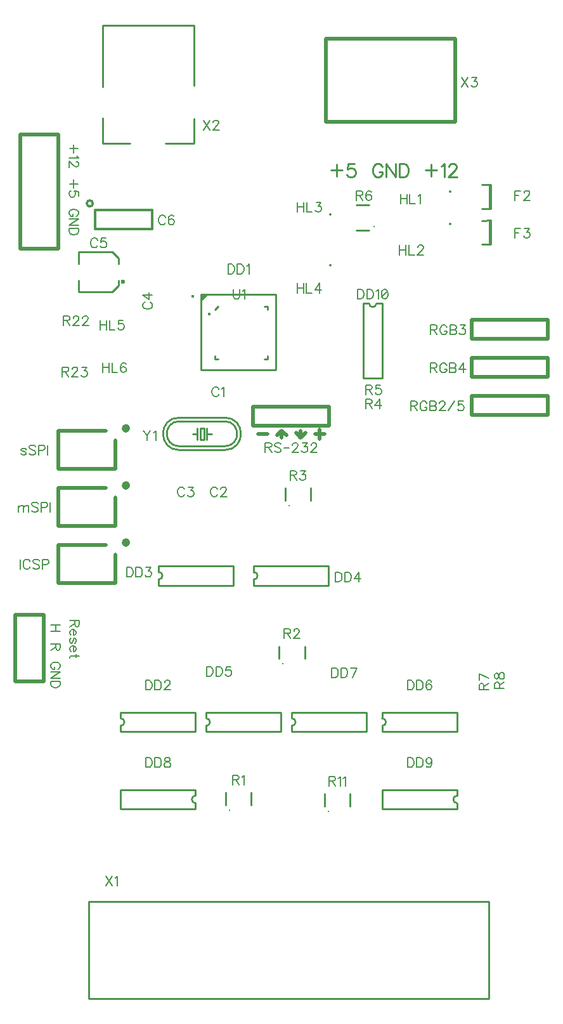
<source format=gbr>
G04 DipTrace 3.0.0.1*
G04 keyboard.TopSilk.gbr*
%MOMM*%
G04 #@! TF.FileFunction,Legend,Top*
G04 #@! TF.Part,Single*
%ADD10C,0.25*%
%ADD14C,0.5*%
%ADD18C,0.33*%
%ADD19O,0.33677X0.35693*%
%ADD22C,0.59988*%
%ADD24O,0.39024X0.3888*%
%ADD35O,0.30022X0.30002*%
%ADD37O,0.30002X0.30022*%
%ADD40O,0.40035X0.39956*%
%ADD107C,0.19608*%
%ADD108C,0.27451*%
%FSLAX35Y35*%
G04*
G71*
G90*
G75*
G01*
G04 TopSilk*
%LPD*%
X1923019Y10449000D2*
D10*
Y10604025D1*
Y10449000D2*
X2367963D1*
X2452977Y10534012D2*
X2367963Y10449000D1*
X2452977Y10534012D2*
Y10604025D1*
X1923019Y10823975D2*
Y10979000D1*
X2367963D1*
X2452977Y10893988D2*
X2367963Y10979000D1*
X2452977Y10823975D2*
Y10893988D1*
D22*
X2518006Y10583991D3*
X3558032Y10410658D2*
D10*
X4557968D1*
Y9410722D1*
X3558032D1*
Y10410658D1*
D24*
X3446216Y10389634D3*
G36*
X3558032Y10410658D2*
Y10310722D1*
X3657968Y10410658D1*
X3558032D1*
G37*
X2483540Y4576922D2*
D10*
X3483460D1*
X2483540Y4836958D2*
X3483460D1*
Y4576922D2*
Y4836958D1*
X2483540Y4576922D2*
Y4656916D1*
Y4756964D2*
Y4836958D1*
Y4656916D2*
G03X2483540Y4756964I-28J50024D01*
G01*
X2991527Y6529845D2*
X3991447D1*
X2991527Y6789881D2*
X3991447D1*
Y6529845D2*
Y6789881D1*
X2991527Y6529845D2*
Y6609839D1*
Y6709887D2*
Y6789881D1*
Y6609839D2*
G03X2991527Y6709887I-28J50024D01*
G01*
X4261540Y6529482D2*
X5261460D1*
X4261540Y6789518D2*
X5261460D1*
Y6529482D2*
Y6789518D1*
X4261540Y6529482D2*
Y6609476D1*
Y6709524D2*
Y6789518D1*
Y6609476D2*
G03X4261540Y6709524I-28J50024D01*
G01*
X3626527Y4577219D2*
X4626447D1*
X3626527Y4837255D2*
X4626447D1*
Y4577219D2*
Y4837255D1*
X3626527Y4577219D2*
Y4657213D1*
Y4757261D2*
Y4837255D1*
Y4657213D2*
G03X3626527Y4757261I-28J50024D01*
G01*
X5976040Y4576922D2*
X6975960D1*
X5976040Y4836958D2*
X6975960D1*
Y4576922D2*
Y4836958D1*
X5976040Y4576922D2*
Y4656916D1*
Y4756964D2*
Y4836958D1*
Y4656916D2*
G03X5976040Y4756964I-28J50024D01*
G01*
X4769540Y4576859D2*
X5769460D1*
X4769540Y4836895D2*
X5769460D1*
Y4576859D2*
Y4836895D1*
X4769540Y4576859D2*
Y4656853D1*
Y4756901D2*
Y4836895D1*
Y4656853D2*
G03X4769540Y4756901I-28J50024D01*
G01*
X3483460Y3805018D2*
X2483540D1*
X3483460Y3544982D2*
X2483540D1*
Y3805018D2*
Y3544982D1*
X3483460Y3805018D2*
Y3725024D1*
Y3624976D2*
Y3544982D1*
Y3725024D2*
G03X3483460Y3624976I28J-50024D01*
G01*
X6975960Y3804768D2*
X5976040D1*
X6975960Y3544732D2*
X5976040D1*
Y3804768D2*
Y3544732D1*
X6975960Y3804768D2*
Y3724774D1*
Y3624726D2*
Y3544732D1*
Y3724774D2*
G03X6975960Y3624726I28J-50024D01*
G01*
X5719982Y10295460D2*
Y9295540D1*
X5980018Y10295460D2*
Y9295540D1*
X5719982D2*
X5980018D1*
X5719982Y10295460D2*
X5799976D1*
X5900024D2*
X5980018D1*
X5799976D2*
G03X5900024Y10295460I50024J28D01*
G01*
X7409622Y11880640D2*
Y11560360D1*
X7428704Y11880640D2*
Y11560360D1*
Y11880640D2*
X7308470Y11880504D1*
X7428704Y11560360D2*
X7308470Y11560496D1*
X7409622Y11400640D2*
Y11080360D1*
X7428704Y11400640D2*
Y11080360D1*
Y11400640D2*
X7308470Y11400504D1*
X7428704Y11080360D2*
X7308470Y11080496D1*
X2412000Y6945190D2*
D14*
Y6564190D1*
X1650000D1*
Y7072190D1*
X2284975D1*
X2412000Y7707190D2*
Y7326190D1*
X1650000D1*
Y7834190D1*
X2284975D1*
X3887183Y3601263D2*
D10*
Y3766286D1*
X4227183Y3601263D2*
Y3766286D1*
D35*
X3937180Y3531274D3*
X4601633Y5554093D2*
D10*
Y5719116D1*
X4941633Y5554093D2*
Y5719116D1*
D35*
X4651630Y5484104D3*
X4681017Y7665690D2*
D10*
Y7830712D1*
X5021017Y7665690D2*
Y7830712D1*
D35*
X4731014Y7595701D3*
X5797264Y11269833D2*
D10*
X5632241D1*
X5797264Y11609833D2*
X5632241D1*
D37*
X5867253Y11319830D3*
X5204947Y3585386D2*
D10*
Y3750409D1*
X5544947Y3585386D2*
Y3750409D1*
D35*
X5254944Y3515397D3*
X7174500Y10072500D2*
D14*
X8190500D1*
Y9818500D1*
X7174500D1*
Y10072500D1*
Y9564500D2*
X8190500D1*
Y9310500D1*
X7174500D1*
Y9564500D1*
Y9056500D2*
X8190500D1*
Y8802500D1*
X7174500D1*
Y9056500D1*
X4634097Y8500902D2*
Y8596164D1*
X4697597Y8532642D1*
X4634097Y8596164D2*
X4570597Y8532642D1*
X4888097Y8596164D2*
Y8500902D1*
X4824597Y8564383D1*
X4888097Y8500902D2*
X4951597Y8564383D1*
X4253097Y8913652D2*
X5269097D1*
Y8659645D1*
X4253097D1*
Y8913652D1*
X2412000Y8469190D2*
Y8088190D1*
X1650000D1*
Y8596190D1*
X2284975D1*
X4405485Y10251972D2*
D10*
X4445521D1*
Y10211937D1*
X4405485Y9551909D2*
X4445521D1*
Y9591944D2*
Y9551909D1*
X3745199D2*
X3785234D1*
X3745199Y9591944D2*
Y9551909D1*
D40*
X3665171Y10151923D3*
X3785234Y10251972D2*
D10*
X3745199Y10211937D1*
X3464572Y14006579D2*
X2244428D1*
X3464572D2*
Y13196559D1*
X2244428Y13186500D2*
Y14006579D1*
X3464572Y12756501D2*
Y12426458D1*
X3084447D1*
X2604458D2*
X2244428D1*
Y12766561D1*
X3264482Y8338100D2*
X3874118D1*
X3264482Y8769900D2*
X3874118D1*
X3264482Y8388880D2*
X3874118D1*
Y8719120D2*
X3264482D1*
X3543890Y8630213D2*
X3594710D1*
Y8477787D1*
X3543890D1*
Y8630213D1*
X3632825D2*
Y8554000D1*
Y8477787D1*
X3505775Y8630213D2*
Y8554000D1*
Y8477787D1*
X3632825Y8554000D2*
X3696351D1*
X3505775D2*
X3442249D1*
X3264482Y8769900D2*
G03X3264482Y8338100I18J-215900D01*
G01*
X3874118D2*
G03X3874118Y8769900I-18J215900D01*
G01*
X3264482Y8719120D2*
G03X3264482Y8388880I58J-165120D01*
G01*
X3874118D2*
G03X3874118Y8719120I-58J165120D01*
G01*
X5079000Y8548500D2*
D14*
X5206000D1*
X5142500Y8612000D2*
Y8485000D1*
X4317000Y8548500D2*
X4444000D1*
X1142000Y12549000D2*
X1650000D1*
Y11025000D1*
X1142000D1*
Y12549000D1*
X2522000Y8626250D2*
G02X2522000Y8626250I31750J0D01*
G01*
Y7864250D2*
G02X2522000Y7864250I31750J0D01*
G01*
Y7102250D2*
G02X2522000Y7102250I31750J0D01*
G01*
X1076510Y6141433D2*
X1457510D1*
Y5252433D1*
X1076510D1*
Y6141433D1*
X5222750Y13825373D2*
X6953127D1*
Y12714123D1*
X5222750D1*
Y13825373D1*
D19*
X6884322Y11784887D3*
Y11356260D3*
X5280945Y11483260D3*
Y10800637D3*
X2143000Y11541000D2*
D18*
X2905000D1*
Y11287000D1*
X2143000D1*
Y11541000D1*
X2058773Y1015473D2*
D10*
Y2310873D1*
X7402940D1*
X2058773Y1015473D2*
X7402940D1*
Y2310873D1*
X2031877Y11628312D2*
D18*
G02X2031877Y11628312I39687J0D01*
G01*
X3795465Y9147914D2*
D107*
X3789429Y9159987D1*
X3777215Y9172200D1*
X3765142Y9178237D1*
X3740856D1*
X3728642Y9172200D1*
X3716569Y9159987D1*
X3710392Y9147914D1*
X3704356Y9129664D1*
Y9099200D1*
X3710392Y9081090D1*
X3716569Y9068877D1*
X3728642Y9056804D1*
X3740856Y9050627D1*
X3765142D1*
X3777215Y9056804D1*
X3789429Y9068877D1*
X3795465Y9081090D1*
X3834681Y9153810D2*
X3846894Y9159987D1*
X3865144Y9178096D1*
Y9050627D1*
X3776410Y7812664D2*
X3770374Y7824737D1*
X3758160Y7836950D1*
X3746087Y7842987D1*
X3721801D1*
X3709587Y7836950D1*
X3697514Y7824737D1*
X3691337Y7812664D1*
X3685301Y7794414D1*
Y7763950D1*
X3691337Y7745840D1*
X3697514Y7733627D1*
X3709587Y7721554D1*
X3721801Y7715377D1*
X3746087D1*
X3758160Y7721554D1*
X3770374Y7733627D1*
X3776410Y7745840D1*
X3821803Y7812523D2*
Y7818560D1*
X3827840Y7830773D1*
X3833876Y7836810D1*
X3846090Y7842846D1*
X3870376D1*
X3882449Y7836810D1*
X3888486Y7830773D1*
X3894663Y7818560D1*
Y7806487D1*
X3888486Y7794273D1*
X3876413Y7776164D1*
X3815626Y7715377D1*
X3900699D1*
X3336410Y7812664D2*
X3330374Y7824737D1*
X3318160Y7836950D1*
X3306087Y7842987D1*
X3281801D1*
X3269587Y7836950D1*
X3257514Y7824737D1*
X3251337Y7812664D1*
X3245301Y7794414D1*
Y7763950D1*
X3251337Y7745840D1*
X3257514Y7733627D1*
X3269587Y7721554D1*
X3281801Y7715377D1*
X3306087D1*
X3318160Y7721554D1*
X3330374Y7733627D1*
X3336410Y7745840D1*
X3387840Y7842846D2*
X3454522D1*
X3418163Y7794273D1*
X3436413D1*
X3448486Y7788237D1*
X3454522Y7782200D1*
X3460699Y7763950D1*
Y7751877D1*
X3454522Y7733627D1*
X3442449Y7721414D1*
X3424199Y7715377D1*
X3405949D1*
X3387840Y7721414D1*
X3381803Y7727590D1*
X3375626Y7739664D1*
X2810463Y10309266D2*
X2798390Y10303229D1*
X2786177Y10291016D1*
X2780140Y10278943D1*
Y10254656D1*
X2786177Y10242443D1*
X2798390Y10230370D1*
X2810463Y10224193D1*
X2828713Y10218156D1*
X2859177D1*
X2877286Y10224193D1*
X2889500Y10230370D1*
X2901573Y10242443D1*
X2907750Y10254656D1*
Y10278943D1*
X2901573Y10291016D1*
X2889500Y10303229D1*
X2877286Y10309266D1*
X2907750Y10409268D2*
X2780281D1*
X2865213Y10348481D1*
Y10439591D1*
X2173910Y11134664D2*
X2167874Y11146737D1*
X2155660Y11158950D1*
X2143587Y11164987D1*
X2119301D1*
X2107087Y11158950D1*
X2095014Y11146737D1*
X2088837Y11134664D1*
X2082801Y11116414D1*
Y11085950D1*
X2088837Y11067840D1*
X2095014Y11055627D1*
X2107087Y11043554D1*
X2119301Y11037377D1*
X2143587D1*
X2155660Y11043554D1*
X2167874Y11055627D1*
X2173910Y11067840D1*
X2285986Y11164846D2*
X2225340D1*
X2219303Y11110237D1*
X2225340Y11116273D1*
X2243590Y11122450D1*
X2261699D1*
X2279949Y11116273D1*
X2292163Y11104200D1*
X2298199Y11085950D1*
Y11073877D1*
X2292163Y11055627D1*
X2279949Y11043414D1*
X2261699Y11037377D1*
X2243590D1*
X2225340Y11043414D1*
X2219303Y11049590D1*
X2213126Y11061664D1*
X3918480Y10816677D2*
Y10689067D1*
X3961016D1*
X3979266Y10695244D1*
X3991480Y10707317D1*
X3997516Y10719530D1*
X4003553Y10737640D1*
Y10768104D1*
X3997516Y10786354D1*
X3991480Y10798427D1*
X3979266Y10810640D1*
X3961016Y10816677D1*
X3918480D1*
X4042768D2*
Y10689067D1*
X4085305D1*
X4103555Y10695244D1*
X4115768Y10707317D1*
X4121805Y10719530D1*
X4127841Y10737640D1*
Y10768104D1*
X4121805Y10786354D1*
X4115768Y10798427D1*
X4103555Y10810640D1*
X4085305Y10816677D1*
X4042768D1*
X4167057Y10792250D2*
X4179270Y10798427D1*
X4197520Y10816536D1*
Y10689067D1*
X2816675Y5262927D2*
Y5135317D1*
X2859211D1*
X2877461Y5141494D1*
X2889675Y5153567D1*
X2895711Y5165780D1*
X2901748Y5183890D1*
Y5214354D1*
X2895711Y5232604D1*
X2889675Y5244677D1*
X2877461Y5256890D1*
X2859211Y5262927D1*
X2816675D1*
X2940963D2*
Y5135317D1*
X2983500D1*
X3001750Y5141494D1*
X3013963Y5153567D1*
X3020000Y5165780D1*
X3026037Y5183890D1*
Y5214354D1*
X3020000Y5232604D1*
X3013963Y5244677D1*
X3001750Y5256890D1*
X2983500Y5262927D1*
X2940963D1*
X3071429Y5232463D2*
Y5238500D1*
X3077466Y5250713D1*
X3083502Y5256750D1*
X3095716Y5262786D1*
X3120002D1*
X3132075Y5256750D1*
X3138112Y5250713D1*
X3144289Y5238500D1*
Y5226427D1*
X3138112Y5214213D1*
X3126039Y5196104D1*
X3065252Y5135317D1*
X3150325D1*
X2562661Y6771350D2*
Y6643740D1*
X2605198D1*
X2623448Y6649917D1*
X2635661Y6661990D1*
X2641698Y6674204D1*
X2647734Y6692313D1*
Y6722777D1*
X2641698Y6741027D1*
X2635661Y6753100D1*
X2623448Y6765313D1*
X2605198Y6771350D1*
X2562661D1*
X2686950D2*
Y6643740D1*
X2729487D1*
X2747737Y6649917D1*
X2759950Y6661990D1*
X2765987Y6674204D1*
X2772023Y6692313D1*
Y6722777D1*
X2765987Y6741027D1*
X2759950Y6753100D1*
X2747737Y6765313D1*
X2729487Y6771350D1*
X2686950D1*
X2823452Y6771210D2*
X2890135D1*
X2853775Y6722636D1*
X2872025D1*
X2884099Y6716600D1*
X2890135Y6710563D1*
X2896312Y6692313D1*
Y6680240D1*
X2890135Y6661990D1*
X2878062Y6649777D1*
X2859812Y6643740D1*
X2841562D1*
X2823452Y6649777D1*
X2817416Y6655954D1*
X2811239Y6668027D1*
X5353656Y6707487D2*
Y6579877D1*
X5396193D1*
X5414443Y6586054D1*
X5426656Y6598127D1*
X5432693Y6610340D1*
X5438730Y6628450D1*
Y6658914D1*
X5432693Y6677164D1*
X5426656Y6689237D1*
X5414443Y6701450D1*
X5396193Y6707487D1*
X5353656D1*
X5477945D2*
Y6579877D1*
X5520482D1*
X5538732Y6586054D1*
X5550945Y6598127D1*
X5556982Y6610340D1*
X5563018Y6628450D1*
Y6658914D1*
X5556982Y6677164D1*
X5550945Y6689237D1*
X5538732Y6701450D1*
X5520482Y6707487D1*
X5477945D1*
X5663020Y6579877D2*
Y6707346D1*
X5602234Y6622414D1*
X5693344D1*
X3630985Y5448173D2*
Y5320564D1*
X3673521D1*
X3691771Y5326741D1*
X3703985Y5338814D1*
X3710021Y5351027D1*
X3716058Y5369137D1*
Y5399600D1*
X3710021Y5417850D1*
X3703985Y5429923D1*
X3691771Y5442137D1*
X3673521Y5448173D1*
X3630985D1*
X3755273D2*
Y5320564D1*
X3797810D1*
X3816060Y5326741D1*
X3828273Y5338814D1*
X3834310Y5351027D1*
X3840347Y5369137D1*
Y5399600D1*
X3834310Y5417850D1*
X3828273Y5429923D1*
X3816060Y5442137D1*
X3797810Y5448173D1*
X3755273D1*
X3952422Y5448033D2*
X3891776D1*
X3885739Y5393423D1*
X3891776Y5399460D1*
X3910026Y5405637D1*
X3928135D1*
X3946385Y5399460D1*
X3958599Y5387387D1*
X3964635Y5369137D1*
Y5357064D1*
X3958599Y5338814D1*
X3946385Y5326600D1*
X3928135Y5320564D1*
X3910026D1*
X3891776Y5326600D1*
X3885739Y5332777D1*
X3879562Y5344850D1*
X6312263Y5262927D2*
Y5135317D1*
X6354800D1*
X6373050Y5141494D1*
X6385263Y5153567D1*
X6391300Y5165780D1*
X6397336Y5183890D1*
Y5214354D1*
X6391300Y5232604D1*
X6385263Y5244677D1*
X6373050Y5256890D1*
X6354800Y5262927D1*
X6312263D1*
X6436552D2*
Y5135317D1*
X6479088D1*
X6497338Y5141494D1*
X6509552Y5153567D1*
X6515588Y5165780D1*
X6521625Y5183890D1*
Y5214354D1*
X6515588Y5232604D1*
X6509552Y5244677D1*
X6497338Y5256890D1*
X6479088Y5262927D1*
X6436552D1*
X6633700Y5244677D2*
X6627664Y5256750D1*
X6609414Y5262786D1*
X6597341D1*
X6579091Y5256750D1*
X6566877Y5238500D1*
X6560841Y5208177D1*
Y5177854D1*
X6566877Y5153567D1*
X6579091Y5141354D1*
X6597341Y5135317D1*
X6603377D1*
X6621487Y5141354D1*
X6633700Y5153567D1*
X6639737Y5171817D1*
Y5177854D1*
X6633700Y5196104D1*
X6621487Y5208177D1*
X6603377Y5214213D1*
X6597341D1*
X6579091Y5208177D1*
X6566877Y5196104D1*
X6560841Y5177854D1*
X5303128Y5430443D2*
Y5302834D1*
X5345665D1*
X5363915Y5309011D1*
X5376128Y5321084D1*
X5382165Y5333297D1*
X5388201Y5351407D1*
Y5381870D1*
X5382165Y5400120D1*
X5376128Y5412193D1*
X5363915Y5424407D1*
X5345665Y5430443D1*
X5303128D1*
X5427417D2*
Y5302834D1*
X5469953D1*
X5488203Y5309011D1*
X5500417Y5321084D1*
X5506453Y5333297D1*
X5512490Y5351407D1*
Y5381870D1*
X5506453Y5400120D1*
X5500417Y5412193D1*
X5488203Y5424407D1*
X5469953Y5430443D1*
X5427417D1*
X5575992Y5302834D2*
X5636779Y5430303D1*
X5551706D1*
X2816745Y4230987D2*
Y4103377D1*
X2859281D1*
X2877531Y4109554D1*
X2889745Y4121627D1*
X2895781Y4133840D1*
X2901818Y4151950D1*
Y4182414D1*
X2895781Y4200664D1*
X2889745Y4212737D1*
X2877531Y4224950D1*
X2859281Y4230987D1*
X2816745D1*
X2941034D2*
Y4103377D1*
X2983570D1*
X3001820Y4109554D1*
X3014034Y4121627D1*
X3020070Y4133840D1*
X3026107Y4151950D1*
Y4182414D1*
X3020070Y4200664D1*
X3014034Y4212737D1*
X3001820Y4224950D1*
X2983570Y4230987D1*
X2941034D1*
X3095645Y4230846D2*
X3077536Y4224810D1*
X3071359Y4212737D1*
Y4200523D1*
X3077536Y4188450D1*
X3089609Y4182273D1*
X3113895Y4176237D1*
X3132145Y4170200D1*
X3144219Y4157987D1*
X3150255Y4145914D1*
Y4127664D1*
X3144219Y4115590D1*
X3138182Y4109414D1*
X3119932Y4103377D1*
X3095645D1*
X3077536Y4109414D1*
X3071359Y4115590D1*
X3065322Y4127664D1*
Y4145914D1*
X3071359Y4157987D1*
X3083572Y4170200D1*
X3101682Y4176237D1*
X3125969Y4182273D1*
X3138182Y4188450D1*
X3144219Y4200523D1*
Y4212737D1*
X3138182Y4224810D1*
X3119932Y4230846D1*
X3095645D1*
X6312193Y4230737D2*
Y4103127D1*
X6354730D1*
X6372980Y4109304D1*
X6385193Y4121377D1*
X6391230Y4133590D1*
X6397266Y4151700D1*
Y4182164D1*
X6391230Y4200414D1*
X6385193Y4212487D1*
X6372980Y4224700D1*
X6354730Y4230737D1*
X6312193D1*
X6436482D2*
Y4103127D1*
X6479018D1*
X6497268Y4109304D1*
X6509482Y4121377D1*
X6515518Y4133590D1*
X6521555Y4151700D1*
Y4182164D1*
X6515518Y4200414D1*
X6509482Y4212487D1*
X6497268Y4224700D1*
X6479018Y4230737D1*
X6436482D1*
X6639807Y4188200D2*
X6633630Y4169950D1*
X6621557Y4157737D1*
X6603307Y4151700D1*
X6597270D1*
X6579020Y4157737D1*
X6566947Y4169950D1*
X6560770Y4188200D1*
Y4194237D1*
X6566947Y4212487D1*
X6579020Y4224560D1*
X6597270Y4230596D1*
X6603307D1*
X6621557Y4224560D1*
X6633630Y4212487D1*
X6639807Y4188200D1*
Y4157737D1*
X6633630Y4127414D1*
X6621557Y4109164D1*
X6603307Y4103127D1*
X6591234D1*
X6572984Y4109164D1*
X6566947Y4121377D1*
X5648335Y10481447D2*
Y10353837D1*
X5690872D1*
X5709122Y10360014D1*
X5721335Y10372087D1*
X5727372Y10384300D1*
X5733408Y10402410D1*
Y10432874D1*
X5727372Y10451124D1*
X5721335Y10463197D1*
X5709122Y10475410D1*
X5690872Y10481447D1*
X5648335D1*
X5772624D2*
Y10353837D1*
X5815160D1*
X5833410Y10360014D1*
X5845624Y10372087D1*
X5851660Y10384300D1*
X5857697Y10402410D1*
Y10432874D1*
X5851660Y10451124D1*
X5845624Y10463197D1*
X5833410Y10475410D1*
X5815160Y10481447D1*
X5772624D1*
X5896913Y10457020D2*
X5909126Y10463197D1*
X5927376Y10481306D1*
Y10353837D1*
X6003092Y10481306D2*
X5984842Y10475270D1*
X5972628Y10457020D1*
X5966592Y10426697D1*
Y10408447D1*
X5972628Y10378124D1*
X5984842Y10359874D1*
X6003092Y10353837D1*
X6015165D1*
X6033415Y10359874D1*
X6045488Y10378124D1*
X6051665Y10408447D1*
Y10426697D1*
X6045488Y10457020D1*
X6033415Y10475270D1*
X6015165Y10481306D1*
X6003092D1*
X6045488Y10457020D2*
X5972628Y10378124D1*
X7825874Y11796487D2*
X7746837D1*
Y11668877D1*
Y11735700D2*
X7795410D1*
X7871266Y11766023D2*
Y11772060D1*
X7877303Y11784273D1*
X7883340Y11790310D1*
X7895553Y11796346D1*
X7919840D1*
X7931913Y11790310D1*
X7937949Y11784273D1*
X7944126Y11772060D1*
Y11759987D1*
X7937949Y11747773D1*
X7925876Y11729664D1*
X7865090Y11668877D1*
X7950163D1*
X7825874Y11296487D2*
X7746837D1*
Y11168877D1*
Y11235700D2*
X7795410D1*
X7877303Y11296346D2*
X7943986D1*
X7907626Y11247773D1*
X7925876D1*
X7937949Y11241737D1*
X7943986Y11235700D1*
X7950163Y11217450D1*
Y11205377D1*
X7943986Y11187127D1*
X7931913Y11174914D1*
X7913663Y11168877D1*
X7895413D1*
X7877303Y11174914D1*
X7871266Y11181090D1*
X7865090Y11193164D1*
X6221210Y11753110D2*
Y11625500D1*
X6306283Y11753110D2*
Y11625500D1*
X6221210Y11692323D2*
X6306283D1*
X6345498Y11753110D2*
Y11625500D1*
X6418358D1*
X6457574Y11728683D2*
X6469787Y11734860D1*
X6488037Y11752970D1*
Y11625500D1*
X6209781Y11070487D2*
Y10942877D1*
X6294855Y11070487D2*
Y10942877D1*
X6209781Y11009700D2*
X6294855D1*
X6334070Y11070487D2*
Y10942877D1*
X6406930D1*
X6452322Y11040023D2*
Y11046060D1*
X6458359Y11058273D1*
X6464395Y11064310D1*
X6476609Y11070346D1*
X6500895D1*
X6512969Y11064310D1*
X6519005Y11058273D1*
X6525182Y11046060D1*
Y11033987D1*
X6519005Y11021773D1*
X6506932Y11003664D1*
X6446145Y10942877D1*
X6531219D1*
X4844531Y11641987D2*
Y11514377D1*
X4929605Y11641987D2*
Y11514377D1*
X4844531Y11581200D2*
X4929605D1*
X4968820Y11641987D2*
Y11514377D1*
X5041680D1*
X5093109Y11641846D2*
X5159792D1*
X5123432Y11593273D1*
X5141682D1*
X5153755Y11587237D1*
X5159792Y11581200D1*
X5165969Y11562950D1*
Y11550877D1*
X5159792Y11532627D1*
X5147719Y11520414D1*
X5129469Y11514377D1*
X5111219D1*
X5093109Y11520414D1*
X5087072Y11526590D1*
X5080895Y11538664D1*
X4841513Y10562487D2*
Y10434877D1*
X4926586Y10562487D2*
Y10434877D1*
X4841513Y10501700D2*
X4926586D1*
X4965802Y10562487D2*
Y10434877D1*
X5038662D1*
X5138664D2*
Y10562346D1*
X5077877Y10477414D1*
X5168987D1*
X2209208Y10070450D2*
Y9942840D1*
X2294281Y10070450D2*
Y9942840D1*
X2209208Y10009663D2*
X2294281D1*
X2333497Y10070450D2*
Y9942840D1*
X2406356D1*
X2518432Y10070310D2*
X2457786D1*
X2451749Y10015700D1*
X2457786Y10021736D1*
X2476036Y10027913D1*
X2494145D1*
X2512395Y10021736D1*
X2524609Y10009663D1*
X2530645Y9991413D1*
Y9979340D1*
X2524609Y9961090D1*
X2512395Y9948877D1*
X2494145Y9942840D1*
X2476036D1*
X2457786Y9948877D1*
X2451749Y9955054D1*
X2445572Y9967127D1*
X2244050Y9498890D2*
Y9371280D1*
X2329123Y9498890D2*
Y9371280D1*
X2244050Y9438103D2*
X2329123D1*
X2368339Y9498890D2*
Y9371280D1*
X2441198D1*
X2553274Y9480640D2*
X2547237Y9492713D1*
X2528987Y9498750D1*
X2516914D1*
X2498664Y9492713D1*
X2486450Y9474463D1*
X2480414Y9444140D1*
Y9413817D1*
X2486450Y9389530D1*
X2498664Y9377317D1*
X2516914Y9371280D1*
X2522950D1*
X2541060Y9377317D1*
X2553274Y9389530D1*
X2559310Y9407780D1*
Y9413817D1*
X2553274Y9432067D1*
X2541060Y9444140D1*
X2522950Y9450176D1*
X2516914D1*
X2498664Y9444140D1*
X2486450Y9432067D1*
X2480414Y9413817D1*
X1143049Y6877177D2*
Y6749567D1*
X1273374Y6846854D2*
X1267337Y6858927D1*
X1255124Y6871140D1*
X1243051Y6877177D1*
X1218764D1*
X1206551Y6871140D1*
X1194478Y6858927D1*
X1188301Y6846854D1*
X1182264Y6828604D1*
Y6798140D1*
X1188301Y6780030D1*
X1194478Y6767817D1*
X1206551Y6755744D1*
X1218764Y6749567D1*
X1243051D1*
X1255124Y6755744D1*
X1267337Y6767817D1*
X1273374Y6780030D1*
X1397663Y6858927D2*
X1385590Y6871140D1*
X1367340Y6877177D1*
X1343053D1*
X1324803Y6871140D1*
X1312590Y6858927D1*
Y6846854D1*
X1318766Y6834640D1*
X1324803Y6828604D1*
X1336876Y6822567D1*
X1373376Y6810354D1*
X1385590Y6804317D1*
X1391626Y6798140D1*
X1397663Y6786067D1*
Y6767817D1*
X1385590Y6755744D1*
X1367340Y6749567D1*
X1343053D1*
X1324803Y6755744D1*
X1312590Y6767817D1*
X1436878Y6810354D2*
X1491628D1*
X1509738Y6816390D1*
X1515915Y6822567D1*
X1521951Y6834640D1*
Y6852890D1*
X1515915Y6864963D1*
X1509738Y6871140D1*
X1491628Y6877177D1*
X1436878D1*
Y6749567D1*
X1121710Y7596640D2*
Y7511567D1*
Y7572354D2*
X1139960Y7590604D1*
X1152174Y7596640D1*
X1170283D1*
X1182497Y7590604D1*
X1188533Y7572354D1*
Y7511567D1*
Y7572354D2*
X1206783Y7590604D1*
X1218997Y7596640D1*
X1237106D1*
X1249320Y7590604D1*
X1255497Y7572354D1*
Y7511567D1*
X1379785Y7620927D2*
X1367712Y7633140D1*
X1349462Y7639177D1*
X1325176D1*
X1306926Y7633140D1*
X1294712Y7620927D1*
Y7608854D1*
X1300889Y7596640D1*
X1306926Y7590604D1*
X1318999Y7584567D1*
X1355499Y7572354D1*
X1367712Y7566317D1*
X1373749Y7560140D1*
X1379785Y7548067D1*
Y7529817D1*
X1367712Y7517744D1*
X1349462Y7511567D1*
X1325176D1*
X1306926Y7517744D1*
X1294712Y7529817D1*
X1419001Y7572354D2*
X1473751D1*
X1491861Y7578390D1*
X1498038Y7584567D1*
X1504074Y7596640D1*
Y7614890D1*
X1498038Y7626963D1*
X1491861Y7633140D1*
X1473751Y7639177D1*
X1419001D1*
Y7511567D1*
X1543290Y7639177D2*
Y7511567D1*
X3979807Y3936473D2*
X4034417D1*
X4052667Y3942650D1*
X4058844Y3948687D1*
X4064880Y3960760D1*
Y3972973D1*
X4058844Y3985046D1*
X4052667Y3991223D1*
X4034417Y3997260D1*
X3979807D1*
Y3869650D1*
X4022344Y3936473D2*
X4064880Y3869650D1*
X4104096Y3972833D2*
X4116309Y3979010D1*
X4134559Y3997120D1*
Y3869650D1*
X4666952Y5889303D2*
X4721562D1*
X4739812Y5895480D1*
X4745989Y5901517D1*
X4752025Y5913590D1*
Y5925803D1*
X4745989Y5937876D1*
X4739812Y5944053D1*
X4721562Y5950090D1*
X4666952D1*
Y5822480D1*
X4709489Y5889303D2*
X4752025Y5822480D1*
X4797418Y5919626D2*
Y5925663D1*
X4803455Y5937876D1*
X4809491Y5943913D1*
X4821705Y5949950D1*
X4845991D1*
X4858064Y5943913D1*
X4864101Y5937876D1*
X4870278Y5925663D1*
Y5913590D1*
X4864101Y5901376D1*
X4852028Y5883267D1*
X4791241Y5822480D1*
X4876314D1*
X4746336Y8000900D2*
X4800945D1*
X4819195Y8007077D1*
X4825372Y8013114D1*
X4831409Y8025187D1*
Y8037400D1*
X4825372Y8049473D1*
X4819195Y8055650D1*
X4800945Y8061687D1*
X4746336D1*
Y7934077D1*
X4788872Y8000900D2*
X4831409Y7934077D1*
X4882838Y8061546D2*
X4949521D1*
X4913161Y8012973D1*
X4931411D1*
X4943484Y8006937D1*
X4949521Y8000900D1*
X4955698Y7982650D1*
Y7970577D1*
X4949521Y7952327D1*
X4937448Y7940114D1*
X4919198Y7934077D1*
X4900948D1*
X4882838Y7940114D1*
X4876801Y7946290D1*
X4870625Y7958364D1*
X5755674Y8953950D2*
X5810284D1*
X5828534Y8960127D1*
X5834711Y8966164D1*
X5840747Y8978237D1*
Y8990450D1*
X5834711Y9002523D1*
X5828534Y9008700D1*
X5810284Y9014737D1*
X5755674D1*
Y8887127D1*
X5798211Y8953950D2*
X5840747Y8887127D1*
X5940749D2*
Y9014596D1*
X5879963Y8929664D1*
X5971073D1*
X5758692Y9144450D2*
X5813302D1*
X5831552Y9150627D1*
X5837729Y9156664D1*
X5843765Y9168737D1*
Y9180950D1*
X5837729Y9193023D1*
X5831552Y9199200D1*
X5813302Y9205237D1*
X5758692D1*
Y9077627D1*
X5801229Y9144450D2*
X5843765Y9077627D1*
X5955841Y9205096D2*
X5895195D1*
X5889158Y9150487D1*
X5895195Y9156523D1*
X5913445Y9162700D1*
X5931554D1*
X5949804Y9156523D1*
X5962018Y9144450D1*
X5968054Y9126200D1*
Y9114127D1*
X5962018Y9095877D1*
X5949804Y9083664D1*
X5931554Y9077627D1*
X5913445D1*
X5895195Y9083664D1*
X5889158Y9089840D1*
X5882981Y9101914D1*
X5633161Y11735033D2*
X5687770D1*
X5706020Y11741210D1*
X5712197Y11747247D1*
X5718234Y11759320D1*
Y11771533D1*
X5712197Y11783606D1*
X5706020Y11789783D1*
X5687770Y11795820D1*
X5633161D1*
Y11668210D1*
X5675697Y11735033D2*
X5718234Y11668210D1*
X5830309Y11777570D2*
X5824273Y11789643D1*
X5806023Y11795680D1*
X5793950D1*
X5775700Y11789643D1*
X5763486Y11771393D1*
X5757450Y11741070D1*
Y11710747D1*
X5763486Y11686460D1*
X5775700Y11674247D1*
X5793950Y11668210D1*
X5799986D1*
X5818096Y11674247D1*
X5830309Y11686460D1*
X5836346Y11704710D1*
Y11710747D1*
X5830309Y11728997D1*
X5818096Y11741070D1*
X5799986Y11747106D1*
X5793950D1*
X5775700Y11741070D1*
X5763486Y11728997D1*
X5757450Y11710747D1*
X7334220Y5139959D2*
Y5194569D1*
X7328043Y5212819D1*
X7322007Y5218996D1*
X7309934Y5225032D1*
X7297720D1*
X7285647Y5218996D1*
X7279470Y5212819D1*
X7273433Y5194569D1*
Y5139959D1*
X7401043D1*
X7334220Y5182496D2*
X7401043Y5225032D1*
Y5288534D2*
X7273574Y5349321D1*
Y5264248D1*
X7540610Y5155906D2*
Y5210516D1*
X7534433Y5228766D1*
X7528397Y5234943D1*
X7516324Y5240979D1*
X7504110D1*
X7492037Y5234943D1*
X7485860Y5228766D1*
X7479823Y5210516D1*
Y5155906D1*
X7607433D1*
X7540610Y5198443D2*
X7607433Y5240979D1*
X7479964Y5310518D2*
X7486000Y5292408D1*
X7498074Y5286231D1*
X7510287D1*
X7522360Y5292408D1*
X7528537Y5304481D1*
X7534574Y5328768D1*
X7540610Y5347018D1*
X7552824Y5359091D1*
X7564897Y5365127D1*
X7583147D1*
X7595220Y5359091D1*
X7601397Y5353054D1*
X7607433Y5334804D1*
Y5310518D1*
X7601397Y5292408D1*
X7595220Y5286231D1*
X7583147Y5280195D1*
X7564897D1*
X7552824Y5286231D1*
X7540610Y5298445D1*
X7534574Y5316554D1*
X7528537Y5340841D1*
X7522360Y5353054D1*
X7510287Y5359091D1*
X7498074D1*
X7486000Y5353054D1*
X7479964Y5334804D1*
Y5310518D1*
X5262731Y3920597D2*
X5317341D1*
X5335591Y3926774D1*
X5341768Y3932810D1*
X5347804Y3944883D1*
Y3957097D1*
X5341768Y3969170D1*
X5335591Y3975347D1*
X5317341Y3981383D1*
X5262731D1*
Y3853774D1*
X5305268Y3920597D2*
X5347804Y3853774D1*
X5387020Y3956956D2*
X5399233Y3963133D1*
X5417483Y3981243D1*
Y3853774D1*
X5456699Y3956956D2*
X5468912Y3963133D1*
X5487162Y3981243D1*
Y3853774D1*
X1721375Y10065907D2*
X1775984D1*
X1794234Y10072084D1*
X1800411Y10078120D1*
X1806448Y10090193D1*
Y10102407D1*
X1800411Y10114480D1*
X1794234Y10120657D1*
X1775984Y10126693D1*
X1721375D1*
Y9999084D1*
X1763911Y10065907D2*
X1806448Y9999084D1*
X1851840Y10096230D2*
Y10102266D1*
X1857877Y10114480D1*
X1863913Y10120516D1*
X1876127Y10126553D1*
X1900413D1*
X1912487Y10120516D1*
X1918523Y10114480D1*
X1924700Y10102266D1*
Y10090193D1*
X1918523Y10077980D1*
X1906450Y10059870D1*
X1845663Y9999084D1*
X1930737D1*
X1976129Y10096230D2*
Y10102266D1*
X1982166Y10114480D1*
X1988202Y10120516D1*
X2000416Y10126553D1*
X2024702D1*
X2036775Y10120516D1*
X2042812Y10114480D1*
X2048989Y10102266D1*
Y10090193D1*
X2042812Y10077980D1*
X2030739Y10059870D1*
X1969952Y9999084D1*
X2055025D1*
X1705498Y9383210D2*
X1760108D1*
X1778358Y9389387D1*
X1784535Y9395424D1*
X1790571Y9407497D1*
Y9419710D1*
X1784535Y9431783D1*
X1778358Y9437960D1*
X1760108Y9443997D1*
X1705498D1*
Y9316387D1*
X1748035Y9383210D2*
X1790571Y9316387D1*
X1835964Y9413533D2*
Y9419570D1*
X1842000Y9431783D1*
X1848037Y9437820D1*
X1860250Y9443856D1*
X1884537D1*
X1896610Y9437820D1*
X1902646Y9431783D1*
X1908823Y9419570D1*
Y9407497D1*
X1902646Y9395283D1*
X1890573Y9377174D1*
X1829787Y9316387D1*
X1914860D1*
X1966289Y9443856D2*
X2032972D1*
X1996612Y9395283D1*
X2014862D1*
X2026935Y9389247D1*
X2032972Y9383210D1*
X2039149Y9364960D1*
Y9352887D1*
X2032972Y9334637D1*
X2020899Y9322424D1*
X2002649Y9316387D1*
X1984399D1*
X1966289Y9322424D1*
X1960252Y9328600D1*
X1954076Y9340674D1*
X6625012Y9943700D2*
X6679622D1*
X6697872Y9949877D1*
X6704049Y9955914D1*
X6710085Y9967987D1*
Y9980200D1*
X6704049Y9992273D1*
X6697872Y9998450D1*
X6679622Y10004487D1*
X6625012D1*
Y9876877D1*
X6667549Y9943700D2*
X6710085Y9876877D1*
X6840410Y9974164D2*
X6834374Y9986237D1*
X6822160Y9998450D1*
X6810087Y10004487D1*
X6785801D1*
X6773587Y9998450D1*
X6761514Y9986237D1*
X6755337Y9974164D1*
X6749301Y9955914D1*
Y9925450D1*
X6755337Y9907340D1*
X6761514Y9895127D1*
X6773587Y9883054D1*
X6785801Y9876877D1*
X6810087D1*
X6822160Y9883054D1*
X6834374Y9895127D1*
X6840410Y9907340D1*
Y9925450D1*
X6810087D1*
X6879626Y10004487D2*
Y9876877D1*
X6934376D1*
X6952626Y9883054D1*
X6958663Y9889090D1*
X6964699Y9901164D1*
Y9919414D1*
X6958663Y9931627D1*
X6952626Y9937664D1*
X6934376Y9943700D1*
X6952626Y9949877D1*
X6958663Y9955914D1*
X6964699Y9967987D1*
Y9980200D1*
X6958663Y9992273D1*
X6952626Y9998450D1*
X6934376Y10004487D1*
X6879626D1*
Y9943700D2*
X6934376D1*
X7016128Y10004346D2*
X7082811D1*
X7046451Y9955773D1*
X7064701D1*
X7076774Y9949737D1*
X7082811Y9943700D1*
X7088988Y9925450D1*
Y9913377D1*
X7082811Y9895127D1*
X7070738Y9882914D1*
X7052488Y9876877D1*
X7034238D1*
X7016128Y9882914D1*
X7010092Y9889090D1*
X7003915Y9901164D1*
X6621994Y9435700D2*
X6676603D1*
X6694853Y9441877D1*
X6701030Y9447914D1*
X6707067Y9459987D1*
Y9472200D1*
X6701030Y9484273D1*
X6694853Y9490450D1*
X6676603Y9496487D1*
X6621994D1*
Y9368877D1*
X6664530Y9435700D2*
X6707067Y9368877D1*
X6837392Y9466164D2*
X6831356Y9478237D1*
X6819142Y9490450D1*
X6807069Y9496487D1*
X6782783D1*
X6770569Y9490450D1*
X6758496Y9478237D1*
X6752319Y9466164D1*
X6746283Y9447914D1*
Y9417450D1*
X6752319Y9399340D1*
X6758496Y9387127D1*
X6770569Y9375054D1*
X6782783Y9368877D1*
X6807069D1*
X6819142Y9375054D1*
X6831356Y9387127D1*
X6837392Y9399340D1*
Y9417450D1*
X6807069D1*
X6876608Y9496487D2*
Y9368877D1*
X6931358D1*
X6949608Y9375054D1*
X6955644Y9381090D1*
X6961681Y9393164D1*
Y9411414D1*
X6955644Y9423627D1*
X6949608Y9429664D1*
X6931358Y9435700D1*
X6949608Y9441877D1*
X6955644Y9447914D1*
X6961681Y9459987D1*
Y9472200D1*
X6955644Y9484273D1*
X6949608Y9490450D1*
X6931358Y9496487D1*
X6876608D1*
Y9435700D2*
X6931358D1*
X7061683Y9368877D2*
Y9496346D1*
X7000897Y9411414D1*
X7092006D1*
X6357847Y8927700D2*
X6412456D1*
X6430706Y8933877D1*
X6436883Y8939914D1*
X6442920Y8951987D1*
Y8964200D1*
X6436883Y8976273D1*
X6430706Y8982450D1*
X6412456Y8988487D1*
X6357847D1*
Y8860877D1*
X6400383Y8927700D2*
X6442920Y8860877D1*
X6573245Y8958164D2*
X6567208Y8970237D1*
X6554995Y8982450D1*
X6542922Y8988487D1*
X6518635D1*
X6506422Y8982450D1*
X6494349Y8970237D1*
X6488172Y8958164D1*
X6482135Y8939914D1*
Y8909450D1*
X6488172Y8891340D1*
X6494349Y8879127D1*
X6506422Y8867054D1*
X6518635Y8860877D1*
X6542922D1*
X6554995Y8867054D1*
X6567208Y8879127D1*
X6573245Y8891340D1*
Y8909450D1*
X6542922D1*
X6612461Y8988487D2*
Y8860877D1*
X6667211D1*
X6685461Y8867054D1*
X6691497Y8873090D1*
X6697534Y8885164D1*
Y8903414D1*
X6691497Y8915627D1*
X6685461Y8921664D1*
X6667211Y8927700D1*
X6685461Y8933877D1*
X6691497Y8939914D1*
X6697534Y8951987D1*
Y8964200D1*
X6691497Y8976273D1*
X6685461Y8982450D1*
X6667211Y8988487D1*
X6612461D1*
Y8927700D2*
X6667211D1*
X6742926Y8958023D2*
Y8964060D1*
X6748963Y8976273D1*
X6754999Y8982310D1*
X6767213Y8988346D1*
X6791499D1*
X6803573Y8982310D1*
X6809609Y8976273D1*
X6815786Y8964060D1*
Y8951987D1*
X6809609Y8939773D1*
X6797536Y8921664D1*
X6736749Y8860877D1*
X6821823D1*
X6861038D2*
X6946111Y8988346D1*
X7058187D2*
X6997540D1*
X6991504Y8933737D1*
X6997540Y8939773D1*
X7015790Y8945950D1*
X7033900D1*
X7052150Y8939773D1*
X7064364Y8927700D1*
X7070400Y8909450D1*
Y8897377D1*
X7064364Y8879127D1*
X7052150Y8866914D1*
X7033900Y8860877D1*
X7015790D1*
X6997540Y8866914D1*
X6991504Y8873090D1*
X6985327Y8885164D1*
X4415279Y8372102D2*
X4469888D1*
X4488138Y8378279D1*
X4494315Y8384315D1*
X4500352Y8396388D1*
Y8408602D1*
X4494315Y8420675D1*
X4488138Y8426852D1*
X4469888Y8432888D1*
X4415279D1*
Y8305279D1*
X4457815Y8372102D2*
X4500352Y8305279D1*
X4624640Y8414638D2*
X4612567Y8426852D1*
X4594317Y8432888D1*
X4570031D1*
X4551781Y8426852D1*
X4539567Y8414638D1*
Y8402565D1*
X4545744Y8390352D1*
X4551781Y8384315D1*
X4563854Y8378279D1*
X4600354Y8366065D1*
X4612567Y8360029D1*
X4618604Y8353852D1*
X4624640Y8341779D1*
Y8323529D1*
X4612567Y8311456D1*
X4594317Y8305279D1*
X4570031D1*
X4551781Y8311456D1*
X4539567Y8323529D1*
X4663856Y8369013D2*
X4734048D1*
X4779441Y8402425D2*
Y8408461D1*
X4785478Y8420675D1*
X4791514Y8426711D1*
X4803728Y8432748D1*
X4828014D1*
X4840087Y8426711D1*
X4846124Y8420675D1*
X4852301Y8408461D1*
Y8396388D1*
X4846124Y8384175D1*
X4834051Y8366065D1*
X4773264Y8305279D1*
X4858337D1*
X4909766Y8432748D2*
X4976449D1*
X4940089Y8384175D1*
X4958339D1*
X4970413Y8378138D1*
X4976449Y8372102D1*
X4982626Y8353852D1*
Y8341779D1*
X4976449Y8323529D1*
X4964376Y8311315D1*
X4946126Y8305279D1*
X4927876D1*
X4909766Y8311315D1*
X4903730Y8317492D1*
X4897553Y8329565D1*
X5028019Y8402425D2*
Y8408461D1*
X5034055Y8420675D1*
X5040092Y8426711D1*
X5052305Y8432748D1*
X5076592D1*
X5088665Y8426711D1*
X5094701Y8420675D1*
X5100878Y8408461D1*
Y8396388D1*
X5094701Y8384175D1*
X5082628Y8366065D1*
X5021842Y8305279D1*
X5106915D1*
X1222015Y8340390D2*
X1215978Y8352604D1*
X1197728Y8358640D1*
X1179478D1*
X1161228Y8352604D1*
X1155192Y8340390D1*
X1161228Y8328317D1*
X1173442Y8322140D1*
X1203765Y8316104D1*
X1215978Y8310067D1*
X1222015Y8297854D1*
Y8291817D1*
X1215978Y8279744D1*
X1197728Y8273567D1*
X1179478D1*
X1161228Y8279744D1*
X1155192Y8291817D1*
X1346304Y8382927D2*
X1334231Y8395140D1*
X1315981Y8401177D1*
X1291694D1*
X1273444Y8395140D1*
X1261231Y8382927D1*
Y8370854D1*
X1267408Y8358640D1*
X1273444Y8352604D1*
X1285517Y8346567D1*
X1322017Y8334354D1*
X1334231Y8328317D1*
X1340267Y8322140D1*
X1346304Y8310067D1*
Y8291817D1*
X1334231Y8279744D1*
X1315981Y8273567D1*
X1291694D1*
X1273444Y8279744D1*
X1261231Y8291817D1*
X1385519Y8334354D2*
X1440269D1*
X1458379Y8340390D1*
X1464556Y8346567D1*
X1470592Y8358640D1*
Y8376890D1*
X1464556Y8388963D1*
X1458379Y8395140D1*
X1440269Y8401177D1*
X1385519D1*
Y8273567D1*
X1509808Y8401177D2*
Y8273567D1*
X3989201Y10480427D2*
Y10389317D1*
X3995237Y10371067D1*
X4007451Y10358994D1*
X4025701Y10352817D1*
X4037774D1*
X4056024Y10358994D1*
X4068237Y10371067D1*
X4074274Y10389317D1*
Y10480427D1*
X4113489Y10456000D2*
X4125703Y10462177D1*
X4143953Y10480286D1*
Y10352817D1*
X3589819Y12738213D2*
X3674892Y12610604D1*
Y12738213D2*
X3589819Y12610604D1*
X3720285Y12707750D2*
Y12713786D1*
X3726321Y12726000D1*
X3732358Y12732036D1*
X3744571Y12738073D1*
X3768858D1*
X3780931Y12732036D1*
X3786967Y12726000D1*
X3793144Y12713786D1*
Y12701713D1*
X3786967Y12689500D1*
X3774894Y12671390D1*
X3714108Y12610604D1*
X3799181D1*
X2785887Y8595887D2*
X2834460Y8535100D1*
Y8468277D1*
X2883034Y8595887D2*
X2834460Y8535100D1*
X2922249Y8571460D2*
X2934463Y8577637D1*
X2952713Y8595746D1*
Y8468277D1*
X1912480Y12357586D2*
X1803120D1*
X1857730Y12412196D2*
Y12302836D1*
X1897248Y12263621D2*
X1903425Y12251407D1*
X1921534Y12233157D1*
X1794065D1*
X1891211Y12187765D2*
X1897248D1*
X1909461Y12181728D1*
X1915498Y12175692D1*
X1921534Y12163478D1*
Y12139192D1*
X1915498Y12127118D1*
X1909461Y12121082D1*
X1897248Y12114905D1*
X1885175D1*
X1872961Y12121082D1*
X1854852Y12133155D1*
X1794065Y12193942D1*
Y12108869D1*
X1912480Y11891597D2*
X1803120D1*
X1857730Y11946206D2*
Y11836847D1*
X1921534Y11724771D2*
Y11785418D1*
X1866925Y11791454D1*
X1872961Y11785418D1*
X1879138Y11767168D1*
Y11749058D1*
X1872961Y11730808D1*
X1860888Y11718595D1*
X1842638Y11712558D1*
X1830565D1*
X1812315Y11718595D1*
X1800102Y11730808D1*
X1794065Y11749058D1*
Y11767168D1*
X1800102Y11785418D1*
X1806279Y11791454D1*
X1818352Y11797631D1*
X1891352Y11458786D2*
X1903425Y11464823D1*
X1915638Y11477036D1*
X1921675Y11489109D1*
Y11513396D1*
X1915638Y11525609D1*
X1903425Y11537682D1*
X1891352Y11543859D1*
X1873102Y11549896D1*
X1842638D1*
X1824529Y11543859D1*
X1812315Y11537682D1*
X1800242Y11525609D1*
X1794065Y11513396D1*
Y11489109D1*
X1800242Y11477036D1*
X1812315Y11464823D1*
X1824529Y11458786D1*
X1842638D1*
Y11489109D1*
X1921675Y11334498D2*
X1794065D1*
X1921675Y11419571D1*
X1794065D1*
X1921675Y11295282D2*
X1794065D1*
Y11252745D1*
X1800242Y11234495D1*
X1812315Y11222282D1*
X1824529Y11216245D1*
X1842638Y11210209D1*
X1873102D1*
X1891352Y11216245D1*
X1903425Y11222282D1*
X1915638Y11234495D1*
X1921675Y11252745D1*
Y11295282D1*
X5371822Y12146178D2*
D108*
Y11993075D1*
X5295369Y12069528D2*
X5448472D1*
X5605378Y12158855D2*
X5520473D1*
X5512022Y12082402D1*
X5520473Y12090853D1*
X5546023Y12099500D1*
X5571377D1*
X5596927Y12090853D1*
X5614025Y12073950D1*
X5622477Y12048400D1*
Y12031498D1*
X5614025Y12005948D1*
X5596927Y11988849D1*
X5571377Y11980398D1*
X5546023D1*
X5520473Y11988849D1*
X5512022Y11997497D1*
X5503374Y12014399D1*
X5977757Y12116599D2*
X5969306Y12133502D1*
X5952207Y12150600D1*
X5935305Y12159052D1*
X5901304D1*
X5884205Y12150600D1*
X5867302Y12133502D1*
X5858655Y12116599D1*
X5850204Y12091049D1*
Y12048400D1*
X5858655Y12023047D1*
X5867302Y12005948D1*
X5884205Y11989046D1*
X5901304Y11980398D1*
X5935305D1*
X5952207Y11989046D1*
X5969306Y12005948D1*
X5977757Y12023047D1*
Y12048400D1*
X5935305D1*
X6151761Y12159052D2*
Y11980398D1*
X6032659Y12159052D1*
Y11980398D1*
X6206663Y12159052D2*
Y11980398D1*
X6266214D1*
X6291764Y11989046D1*
X6308863Y12005948D1*
X6317314Y12023047D1*
X6325766Y12048400D1*
Y12091049D1*
X6317314Y12116599D1*
X6308863Y12133502D1*
X6291764Y12150600D1*
X6266214Y12159052D1*
X6206663D1*
X6629946Y12146178D2*
Y11993075D1*
X6553493Y12069528D2*
X6706596D1*
X6761498Y12124854D2*
X6778597Y12133502D1*
X6804147Y12158855D1*
Y11980398D1*
X6867696Y12116403D2*
Y12124854D1*
X6876148Y12141953D1*
X6884599Y12150404D1*
X6901698Y12158855D1*
X6935699D1*
X6952601Y12150404D1*
X6961052Y12141953D1*
X6969700Y12124854D1*
Y12107952D1*
X6961052Y12090853D1*
X6944150Y12065499D1*
X6859049Y11980398D1*
X6978151D1*
X1677208Y6000896D2*
D107*
X1549599D1*
X1677208Y5915823D2*
X1549598D1*
X1616422Y6000896D2*
Y5915823D1*
Y5753161D2*
Y5698551D1*
X1622599Y5680301D1*
X1628635Y5674124D1*
X1640708Y5668088D1*
X1652922D1*
X1664995Y5674124D1*
X1671172Y5680301D1*
X1677208Y5698551D1*
Y5753161D1*
X1549599D1*
X1616422Y5710624D2*
X1549599Y5668088D1*
X1646885Y5414316D2*
X1658958Y5420353D1*
X1671172Y5432566D1*
X1677208Y5444639D1*
Y5468926D1*
X1671172Y5481139D1*
X1658958Y5493212D1*
X1646885Y5499389D1*
X1628635Y5505426D1*
X1598172D1*
X1580062Y5499389D1*
X1567849Y5493212D1*
X1555776Y5481139D1*
X1549599Y5468926D1*
Y5444639D1*
X1555776Y5432566D1*
X1567849Y5420353D1*
X1580062Y5414316D1*
X1598172D1*
Y5444639D1*
X1677208Y5290027D2*
X1549599D1*
X1677208Y5375100D1*
X1549599D1*
X1677208Y5250812D2*
X1549599D1*
Y5208275D1*
X1555776Y5190025D1*
X1567849Y5177812D1*
X1580062Y5171775D1*
X1598172Y5165738D1*
X1628635D1*
X1646885Y5171775D1*
X1658958Y5177812D1*
X1671172Y5190025D1*
X1677208Y5208275D1*
Y5250812D1*
X1870422Y6064396D2*
Y6009786D1*
X1876598Y5991536D1*
X1882635Y5985359D1*
X1894708Y5979323D1*
X1906922D1*
X1918995Y5985359D1*
X1925172Y5991536D1*
X1931208Y6009786D1*
Y6064396D1*
X1803599D1*
X1870422Y6021859D2*
X1803598Y5979323D1*
X1852172Y5940107D2*
Y5867248D1*
X1864385D1*
X1876598Y5873284D1*
X1882635Y5879321D1*
X1888672Y5891534D1*
Y5909784D1*
X1882635Y5921857D1*
X1870422Y5934071D1*
X1852172Y5940107D1*
X1840098D1*
X1821849Y5934071D1*
X1809775Y5921857D1*
X1803599Y5909784D1*
Y5891534D1*
X1809775Y5879321D1*
X1821849Y5867248D1*
X1870422Y5761209D2*
X1882635Y5767245D1*
X1888672Y5785495D1*
Y5803745D1*
X1882635Y5821995D1*
X1870422Y5828032D1*
X1858349Y5821995D1*
X1852172Y5809782D1*
X1846135Y5779459D1*
X1840099Y5767245D1*
X1827885Y5761209D1*
X1821849D1*
X1809776Y5767245D1*
X1803599Y5785495D1*
Y5803745D1*
X1809775Y5821995D1*
X1821849Y5828032D1*
X1852172Y5721993D2*
Y5649134D1*
X1864385D1*
X1876599Y5655170D1*
X1882635Y5661207D1*
X1888672Y5673420D1*
Y5691670D1*
X1882635Y5703743D1*
X1870422Y5715957D1*
X1852172Y5721993D1*
X1840099D1*
X1821849Y5715957D1*
X1809776Y5703743D1*
X1803599Y5691670D1*
Y5673420D1*
X1809776Y5661207D1*
X1821849Y5649134D1*
X1931208Y5591668D2*
X1827885D1*
X1809776Y5585631D1*
X1803599Y5573418D1*
Y5561345D1*
X1888672Y5609918D2*
Y5567381D1*
X7038571Y13309782D2*
X7123644Y13182172D1*
Y13309782D2*
X7038571Y13182172D1*
X7175073Y13309641D2*
X7241756D1*
X7205396Y13261068D1*
X7223646D1*
X7235719Y13255032D1*
X7241756Y13248995D1*
X7247932Y13230745D1*
Y13218672D1*
X7241756Y13200422D1*
X7229682Y13188209D1*
X7211432Y13182172D1*
X7193182D1*
X7175073Y13188209D1*
X7169036Y13194385D1*
X7162859Y13206459D1*
X3081557Y11439585D2*
X3075520Y11451658D1*
X3063307Y11463872D1*
X3051234Y11469908D1*
X3026947D1*
X3014734Y11463872D1*
X3002661Y11451658D1*
X2996484Y11439585D1*
X2990447Y11421335D1*
Y11390872D1*
X2996484Y11372762D1*
X3002661Y11360549D1*
X3014734Y11348476D1*
X3026947Y11342299D1*
X3051234D1*
X3063307Y11348476D1*
X3075520Y11360549D1*
X3081557Y11372762D1*
X3193632Y11451658D2*
X3187596Y11463731D1*
X3169346Y11469768D1*
X3157273D1*
X3139023Y11463731D1*
X3126809Y11445481D1*
X3120773Y11415158D1*
Y11384835D1*
X3126809Y11360549D1*
X3139023Y11348335D1*
X3157273Y11342299D1*
X3163309D1*
X3181419Y11348335D1*
X3193632Y11360549D1*
X3199669Y11378799D1*
Y11384835D1*
X3193632Y11403085D1*
X3181419Y11415158D1*
X3163309Y11421195D1*
X3157273D1*
X3139023Y11415158D1*
X3126809Y11403085D1*
X3120773Y11384835D1*
X2285874Y2649478D2*
X2370947Y2521869D1*
Y2649478D2*
X2285874Y2521869D1*
X2410163Y2625051D2*
X2422376Y2631228D1*
X2440626Y2649338D1*
Y2521869D1*
M02*

</source>
